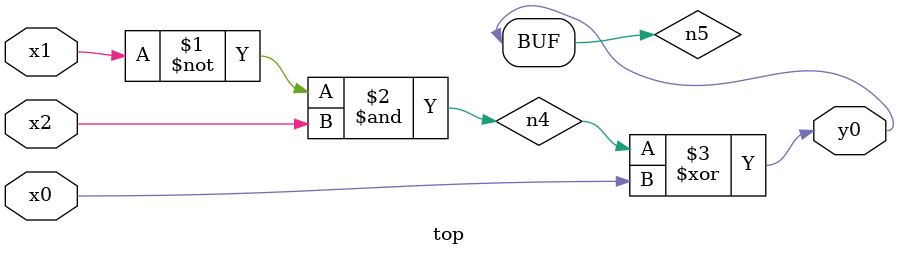
<source format=v>
module top( x0 , x1 , x2 , y0 );
  input x0 , x1 , x2 ;
  output y0 ;
  wire n4 , n5 ;
  assign n4 = ~x1 & x2 ;
  assign n5 = n4 ^ x0 ;
  assign y0 = n5 ;
endmodule

</source>
